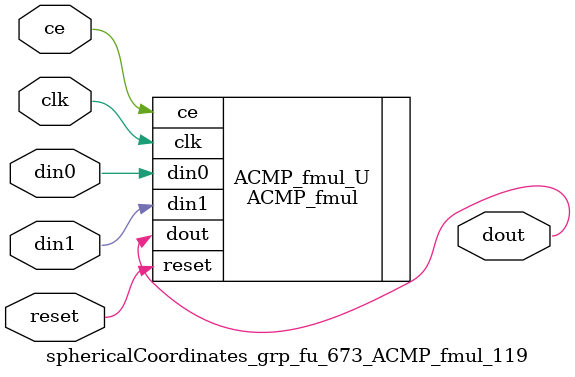
<source format=v>

`timescale 1 ns / 1 ps
module sphericalCoordinates_grp_fu_673_ACMP_fmul_119(
    clk,
    reset,
    ce,
    din0,
    din1,
    dout);

parameter ID = 32'd1;
parameter NUM_STAGE = 32'd1;
parameter din0_WIDTH = 32'd1;
parameter din1_WIDTH = 32'd1;
parameter dout_WIDTH = 32'd1;
input clk;
input reset;
input ce;
input[din0_WIDTH - 1:0] din0;
input[din1_WIDTH - 1:0] din1;
output[dout_WIDTH - 1:0] dout;



ACMP_fmul #(
.ID( ID ),
.NUM_STAGE( 4 ),
.din0_WIDTH( din0_WIDTH ),
.din1_WIDTH( din1_WIDTH ),
.dout_WIDTH( dout_WIDTH ))
ACMP_fmul_U(
    .clk( clk ),
    .reset( reset ),
    .ce( ce ),
    .din0( din0 ),
    .din1( din1 ),
    .dout( dout ));

endmodule

</source>
